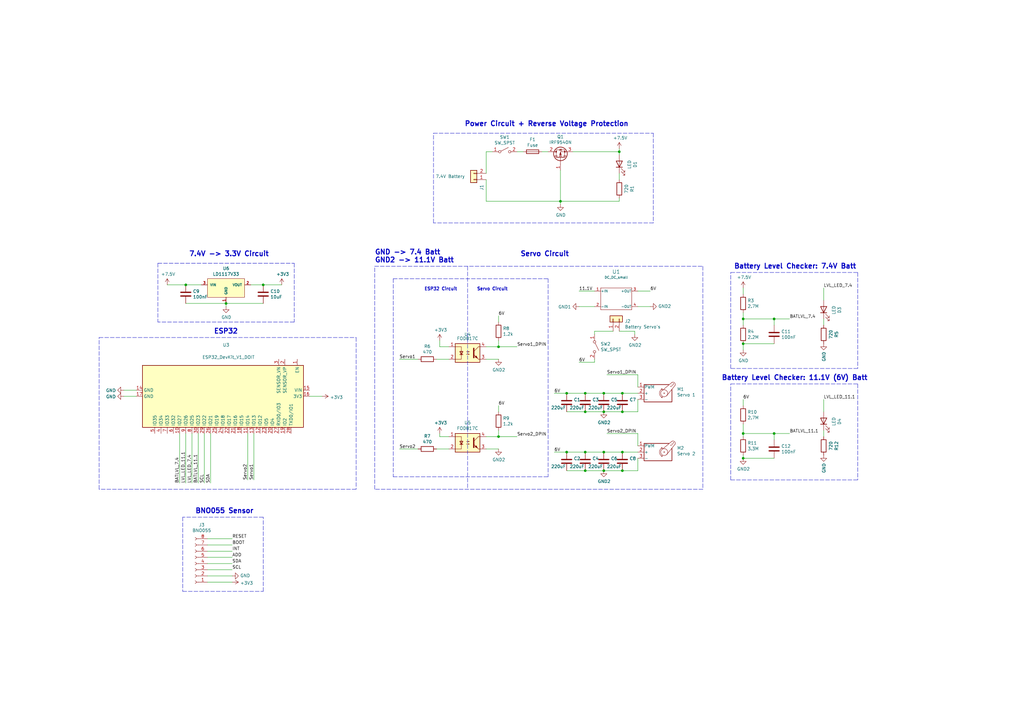
<source format=kicad_sch>
(kicad_sch (version 20211123) (generator eeschema)
  (paper "A3")
  (title_block (title "ProtoBoard V1") (date "2022-04-20") (company "Louis Croonen en Seppe Goossens"))
  (lib_symbols
    (symbol "Connector:Conn_01x08_Female" (pin_names (offset 1.016) hide)
      (property "Reference" "J" (at 0 10.16 0))
      (property "Value" "Conn_01x08_Female" (at 0 -12.7 0))
      (symbol "Conn_01x08_Female_1_1"
        (arc (start 0 -9.652) (mid -0.508 -10.16) (end 0 -10.668) (stroke (width 0.1524)))
        (arc (start 0 -7.112) (mid -0.508 -7.62) (end 0 -8.128) (stroke (width 0.1524)))
        (arc (start 0 -4.572) (mid -0.508 -5.08) (end 0 -5.588) (stroke (width 0.1524)))
        (arc (start 0 -2.032) (mid -0.508 -2.54) (end 0 -3.048) (stroke (width 0.1524)))
        (polyline (pts (xy -1.27 -10.16) (xy -0.508 -10.16)) (stroke (width 0.1524)))
        (polyline (pts (xy -1.27 -7.62) (xy -0.508 -7.62)) (stroke (width 0.1524)))
        (polyline (pts (xy -1.27 -5.08) (xy -0.508 -5.08)) (stroke (width 0.1524)))
        (polyline (pts (xy -1.27 -2.54) (xy -0.508 -2.54)) (stroke (width 0.1524)))
        (polyline (pts (xy -1.27 0) (xy -0.508 0)) (stroke (width 0.1524)))
        (polyline (pts (xy -1.27 2.54) (xy -0.508 2.54)) (stroke (width 0.1524)))
        (polyline (pts (xy -1.27 5.08) (xy -0.508 5.08)) (stroke (width 0.1524)))
        (polyline (pts (xy -1.27 7.62) (xy -0.508 7.62)) (stroke (width 0.1524)))
        (arc (start 0 0.508) (mid -0.508 0) (end 0 -0.508) (stroke (width 0.1524)))
        (arc (start 0 3.048) (mid -0.508 2.54) (end 0 2.032) (stroke (width 0.1524)))
        (arc (start 0 5.588) (mid -0.508 5.08) (end 0 4.572) (stroke (width 0.1524)))
        (arc (start 0 8.128) (mid -0.508 7.62) (end 0 7.112) (stroke (width 0.1524)))
        (pin passive line (at -5.08 7.62 0) (length 3.81) (name "Pin_1") (number "1"))
        (pin passive line (at -5.08 5.08 0) (length 3.81) (name "Pin_2") (number "2"))
        (pin passive line (at -5.08 2.54 0) (length 3.81) (name "Pin_3") (number "3"))
        (pin passive line (at -5.08 0 0) (length 3.81) (name "Pin_4") (number "4"))
        (pin passive line (at -5.08 -2.54 0) (length 3.81) (name "Pin_5") (number "5"))
        (pin passive line (at -5.08 -5.08 0) (length 3.81) (name "Pin_6") (number "6"))
        (pin passive line (at -5.08 -7.62 0) (length 3.81) (name "Pin_7") (number "7"))
        (pin passive line (at -5.08 -10.16 0) (length 3.81) (name "Pin_8") (number "8"))
      )
    )
    (symbol "Connector_Generic:Conn_01x02" (pin_names (offset 1.016) hide)
      (property "Reference" "J" (at 0 2.54 0))
      (property "Value" "Conn_01x02" (at 0 -5.08 0))
      (symbol "Conn_01x02_1_1"
        (rectangle (start -1.27 -2.413) (end 0 -2.667) (stroke (width 0.1524)))
        (rectangle (start -1.27 0.127) (end 0 -0.127) (stroke (width 0.1524)))
        (rectangle (start -1.27 1.27) (end 1.27 -3.81) (stroke (width 0.254)) (fill (type background)))
        (pin passive line (at -5.08 0 0) (length 3.81) (name "Pin_1") (number "1"))
        (pin passive line (at -5.08 -2.54 0) (length 3.81) (name "Pin_2") (number "2"))
      )
    )
    (symbol "Device:C" (pin_numbers hide) (pin_names (offset 0.254))
      (property "Reference" "C" (at 0.635 2.54 0))
      (property "Value" "C" (at 0.635 -2.54 0))
      (symbol "C_0_1"
        (polyline (pts (xy -2.032 -0.762) (xy 2.032 -0.762)) (stroke (width 0.508)))
        (polyline (pts (xy -2.032 0.762) (xy 2.032 0.762)) (stroke (width 0.508)))
      )
      (symbol "C_1_1"
        (pin passive line (at 0 3.81 270) (length 2.794) (name "~") (number "1"))
        (pin passive line (at 0 -3.81 90) (length 2.794) (name "~") (number "2"))
      )
    )
    (symbol "Device:Fuse" (pin_numbers hide) (pin_names (offset 0))
      (property "Reference" "F" (at 2.032 0 90))
      (property "Value" "Fuse" (at -1.905 0 90))
      (symbol "Fuse_0_1"
        (rectangle (start -0.762 -2.54) (end 0.762 2.54) (stroke (width 0.254)))
        (polyline (pts (xy 0 2.54) (xy 0 -2.54)))
      )
      (symbol "Fuse_1_1"
        (pin passive line (at 0 3.81 270) (length 1.27) (name "~") (number "1"))
        (pin passive line (at 0 -3.81 90) (length 1.27) (name "~") (number "2"))
      )
    )
    (symbol "Device:LED" (pin_numbers hide) (pin_names (offset 1.016) hide)
      (property "Reference" "D" (at 0 2.54 0))
      (property "Value" "LED" (at 0 -2.54 0))
      (symbol "LED_0_1"
        (polyline (pts (xy -1.27 -1.27) (xy -1.27 1.27)) (stroke (width 0.254)))
        (polyline (pts (xy -1.27 0) (xy 1.27 0)))
        (polyline (pts (xy 1.27 -1.27) (xy 1.27 1.27) (xy -1.27 0) (xy 1.27 -1.27)) (stroke (width 0.254)))
        (polyline (pts (xy -3.048 -0.762) (xy -4.572 -2.286) (xy -3.81 -2.286) (xy -4.572 -2.286) (xy -4.572 -1.524)))
        (polyline (pts (xy -1.778 -0.762) (xy -3.302 -2.286) (xy -2.54 -2.286) (xy -3.302 -2.286) (xy -3.302 -1.524)))
      )
      (symbol "LED_1_1"
        (pin passive line (at -3.81 0 0) (length 2.54) (name "K") (number "1"))
        (pin passive line (at 3.81 0 180) (length 2.54) (name "A") (number "2"))
      )
    )
    (symbol "Device:R" (pin_numbers hide) (pin_names (offset 0))
      (property "Reference" "R" (at 2.032 0 90))
      (property "Value" "R" (at 0 0 90))
      (symbol "R_0_1"
        (rectangle (start -1.016 -2.54) (end 1.016 2.54) (stroke (width 0.254)))
      )
      (symbol "R_1_1"
        (pin passive line (at 0 3.81 270) (length 1.27) (name "~") (number "1"))
        (pin passive line (at 0 -3.81 90) (length 1.27) (name "~") (number "2"))
      )
    )
    (symbol "Isolator:FODM217C"
      (property "Reference" "U" (at -5.08 5.08 0))
      (property "Value" "FODM217C" (at 0 5.08 0))
      (symbol "FODM217C_0_1"
        (rectangle (start -5.08 3.81) (end 5.08 -3.81) (stroke (width 0.254)) (fill (type background)))
        (polyline (pts (xy -3.175 -0.635) (xy -1.905 -0.635)) (stroke (width 0.254)))
        (polyline (pts (xy 2.54 0.635) (xy 4.445 2.54)))
        (polyline (pts (xy 4.445 -2.54) (xy 2.54 -0.635)) (fill (type outline)))
        (polyline (pts (xy 4.445 -2.54) (xy 5.08 -2.54)))
        (polyline (pts (xy 4.445 2.54) (xy 5.08 2.54)))
        (polyline (pts (xy -5.08 2.54) (xy -2.54 2.54) (xy -2.54 -0.635)))
        (polyline (pts (xy -2.54 -0.635) (xy -2.54 -2.54) (xy -5.08 -2.54)))
        (polyline (pts (xy 2.54 1.905) (xy 2.54 -1.905) (xy 2.54 -1.905)) (stroke (width 0.508)))
        (polyline (pts (xy -2.54 -0.635) (xy -3.175 0.635) (xy -1.905 0.635) (xy -2.54 -0.635)) (stroke (width 0.254)))
        (polyline (pts (xy -0.508 -0.508) (xy 0.762 -0.508) (xy 0.381 -0.635) (xy 0.381 -0.381) (xy 0.762 -0.508)))
        (polyline (pts (xy -0.508 0.508) (xy 0.762 0.508) (xy 0.381 0.381) (xy 0.381 0.635) (xy 0.762 0.508)))
        (polyline (pts (xy 3.048 -1.651) (xy 3.556 -1.143) (xy 4.064 -2.159) (xy 3.048 -1.651) (xy 3.048 -1.651)) (fill (type outline)))
      )
      (symbol "FODM217C_1_1"
        (pin passive line (at -7.62 2.54 0) (length 2.54) (name "~") (number "1"))
        (pin passive line (at -7.62 -2.54 0) (length 2.54) (name "~") (number "2"))
        (pin passive line (at 7.62 -2.54 180) (length 2.54) (name "~") (number "3"))
        (pin passive line (at 7.62 2.54 180) (length 2.54) (name "~") (number "4"))
      )
    )
    (symbol "Motor:Motor_Servo" (pin_names (offset 0.0254))
      (property "Reference" "M" (at -5.08 4.445 0))
      (property "Value" "Motor_Servo" (at -5.08 -4.064 0))
      (symbol "Motor_Servo_0_1"
        (polyline (pts (xy 2.413 -1.778) (xy 2.032 -1.778)))
        (polyline (pts (xy 2.413 -1.778) (xy 2.286 -1.397)))
        (polyline (pts (xy 2.413 1.778) (xy 1.905 1.778)))
        (polyline (pts (xy 2.413 1.778) (xy 2.286 1.397)))
        (polyline (pts (xy 6.35 4.445) (xy 2.54 1.27)))
        (polyline (pts (xy 7.62 3.175) (xy 4.191 -1.016)))
        (polyline (pts (xy 5.08 3.556) (xy -5.08 3.556) (xy -5.08 -3.556) (xy 6.35 -3.556) (xy 6.35 1.524)) (stroke (width 0.254)))
        (arc (start 2.413 1.778) (mid 1.2406 0) (end 2.413 -1.778))
        (circle (center 3.175 0) (radius 0.1778))
        (circle (center 3.175 0) (radius 1.4224))
        (circle (center 5.969 2.794) (radius 0.127))
        (circle (center 6.477 3.302) (radius 0.127))
        (circle (center 6.985 3.81) (radius 0.127))
        (arc (start 7.62 3.175) (mid 7.4485 4.2735) (end 6.35 4.445))
      )
      (symbol "Motor_Servo_1_1"
        (pin passive line (at -7.62 2.54 0) (length 2.54) (name "PWM") (number "1"))
        (pin passive line (at -7.62 0 0) (length 2.54) (name "+") (number "2"))
        (pin passive line (at -7.62 -2.54 0) (length 2.54) (name "-") (number "3"))
      )
    )
    (symbol "ProtoBoardV1-rescue:DC_DC_small-Custom_dc_dc_small" (pin_names (offset 0.0254))
      (property "Reference" "U" (at 0 7.62 0))
      (property "Value" "DC_DC_small-Custom_dc_dc_small" (at 0 1.27 0))
      (property "Footprint" "DC_DC_LM2596" (at -1.27 11.43 0))
      (symbol "DC_DC_small-Custom_dc_dc_small_0_1"
        (rectangle (start -6.35 5.08) (end -6.35 -3.81))
        (rectangle (start -6.35 5.08) (end 6.35 5.08))
        (rectangle (start 6.35 -3.81) (end -6.35 -3.81))
        (rectangle (start 6.35 5.08) (end 6.35 -3.81))
      )
      (symbol "DC_DC_small-Custom_dc_dc_small_1_1"
        (pin power_in line (at -8.89 3.81 0) (length 2.54) (name "+IN") (number "1"))
        (pin power_in line (at -8.89 -2.54 0) (length 2.54) (name "-IN") (number "2"))
        (pin power_out line (at 8.89 3.81 180) (length 2.54) (name "+OUT") (number "3"))
        (pin power_in line (at 8.89 -2.54 180) (length 2.54) (name "-OUT") (number "4"))
      )
    )
    (symbol "ProtoBoardV1-rescue:ESP32_DevKit_V1_DOIT-esp32_devkit_v1_doit"
      (property "Reference" "U" (at -11.43 34.29 0))
      (property "Value" "ESP32_DevKit_V1_DOIT-esp32_devkit_v1_doit" (at 11.43 34.29 0))
      (symbol "ESP32_DevKit_V1_DOIT-esp32_devkit_v1_doit_1_1"
        (rectangle (start -12.7 33.02) (end 12.7 -33.02) (stroke (width 0.254)) (fill (type background)))
        (pin input line (at -15.24 30.48 0) (length 2.54) (name "EN") (number "1"))
        (pin bidirectional line (at 15.24 -17.78 180) (length 2.54) (name "IO27") (number "10"))
        (pin bidirectional line (at 15.24 10.16 180) (length 2.54) (name "IO14") (number "11"))
        (pin bidirectional line (at 15.24 15.24 180) (length 2.54) (name "IO12") (number "12"))
        (pin bidirectional line (at 15.24 12.7 180) (length 2.54) (name "IO13") (number "13"))
        (pin power_in line (at -2.54 -35.56 90) (length 2.54) (name "GND") (number "14"))
        (pin power_in line (at -2.54 35.56 270) (length 2.54) (name "VIN") (number "15"))
        (pin power_in line (at 0 35.56 270) (length 2.54) (name "3V3") (number "16"))
        (pin power_in line (at 0 -35.56 90) (length 2.54) (name "GND") (number "17"))
        (pin bidirectional line (at 15.24 7.62 180) (length 2.54) (name "IO15") (number "18"))
        (pin bidirectional line (at 15.24 25.4 180) (length 2.54) (name "IO2") (number "19"))
        (pin input line (at -15.24 25.4 0) (length 2.54) (name "SENSOR_VP") (number "2"))
        (pin bidirectional line (at 15.24 20.32 180) (length 2.54) (name "IO4") (number "20"))
        (pin bidirectional line (at 15.24 5.08 180) (length 2.54) (name "IO16") (number "21"))
        (pin bidirectional line (at 15.24 2.54 180) (length 2.54) (name "IO17") (number "22"))
        (pin bidirectional line (at 15.24 17.78 180) (length 2.54) (name "IO5") (number "23"))
        (pin bidirectional line (at 15.24 0 180) (length 2.54) (name "IO18") (number "24"))
        (pin bidirectional line (at 15.24 -2.54 180) (length 2.54) (name "IO19") (number "25"))
        (pin bidirectional line (at 15.24 -5.08 180) (length 2.54) (name "IO21") (number "26"))
        (pin bidirectional line (at 15.24 22.86 180) (length 2.54) (name "RXD0/IO3") (number "27"))
        (pin bidirectional line (at 15.24 27.94 180) (length 2.54) (name "TXD0/IO1") (number "28"))
        (pin bidirectional line (at 15.24 -7.62 180) (length 2.54) (name "IO22") (number "29"))
        (pin input line (at -15.24 22.86 0) (length 2.54) (name "SENSOR_VN") (number "3"))
        (pin bidirectional line (at 15.24 -10.16 180) (length 2.54) (name "IO23") (number "30"))
        (pin input line (at 15.24 -25.4 180) (length 2.54) (name "IO34") (number "4"))
        (pin input line (at 15.24 -27.94 180) (length 2.54) (name "IO35") (number "5"))
        (pin bidirectional line (at 15.24 -20.32 180) (length 2.54) (name "IO32") (number "6"))
        (pin bidirectional line (at 15.24 -22.86 180) (length 2.54) (name "IO33") (number "7"))
        (pin bidirectional line (at 15.24 -12.7 180) (length 2.54) (name "IO25") (number "8"))
        (pin bidirectional line (at 15.24 -15.24 180) (length 2.54) (name "IO26") (number "9"))
      )
    )
    (symbol "ProtoBoardV1-rescue:LD1117V50-STM_LD-1117V50" (pin_names (offset 1.016))
      (property "Reference" "U" (at 0 5.08 0))
      (property "Value" "LD1117V50-STM_LD-1117V50" (at 0 7.62 0))
      (symbol "LD1117V50-STM_LD-1117V50_1_1"
        (rectangle (start 2.54 2.54) (end 17.78 -5.08) (fill (type background)))
        (pin power_in line (at 10.16 -7.62 90) (length 2.54) (name "GND") (number "1"))
        (pin power_in line (at 20.32 0 180) (length 2.54) (name "VOUT") (number "2"))
        (pin power_in line (at 0 0 0) (length 2.54) (name "VIN") (number "3"))
      )
    )
    (symbol "Switch:SW_SPST" (pin_names (offset 0) hide)
      (property "Reference" "SW" (at 0 3.175 0))
      (property "Value" "SW_SPST" (at 0 -2.54 0))
      (symbol "SW_SPST_0_0"
        (circle (center -2.032 0) (radius 0.508))
        (polyline (pts (xy -1.524 0.254) (xy 1.524 1.778)))
        (circle (center 2.032 0) (radius 0.508))
      )
      (symbol "SW_SPST_1_1"
        (pin passive line (at -5.08 0 0) (length 2.54) (name "A") (number "1"))
        (pin passive line (at 5.08 0 180) (length 2.54) (name "B") (number "2"))
      )
    )
    (symbol "Transistor_FET:IRF9540N" (pin_names hide)
      (property "Reference" "Q" (at 5.08 1.905 0))
      (property "Value" "IRF9540N" (at 5.08 0 0))
      (symbol "IRF9540N_0_1"
        (polyline (pts (xy 0.254 0) (xy -2.54 0)))
        (polyline (pts (xy 0.254 1.905) (xy 0.254 -1.905)) (stroke (width 0.254)))
        (polyline (pts (xy 0.762 -1.27) (xy 0.762 -2.286)) (stroke (width 0.254)))
        (polyline (pts (xy 0.762 0.508) (xy 0.762 -0.508)) (stroke (width 0.254)))
        (polyline (pts (xy 0.762 2.286) (xy 0.762 1.27)) (stroke (width 0.254)))
        (polyline (pts (xy 2.54 2.54) (xy 2.54 1.778)))
        (polyline (pts (xy 2.54 -2.54) (xy 2.54 0) (xy 0.762 0)))
        (polyline (pts (xy 0.762 1.778) (xy 3.302 1.778) (xy 3.302 -1.778) (xy 0.762 -1.778)))
        (polyline (pts (xy 2.286 0) (xy 1.27 0.381) (xy 1.27 -0.381) (xy 2.286 0)) (fill (type outline)))
        (polyline (pts (xy 2.794 -0.508) (xy 2.921 -0.381) (xy 3.683 -0.381) (xy 3.81 -0.254)))
        (polyline (pts (xy 3.302 -0.381) (xy 2.921 0.254) (xy 3.683 0.254) (xy 3.302 -0.381)))
        (circle (center 1.651 0) (radius 2.794) (stroke (width 0.254)))
        (circle (center 2.54 -1.778) (radius 0.254) (fill (type outline)))
        (circle (center 2.54 1.778) (radius 0.254) (fill (type outline)))
      )
      (symbol "IRF9540N_1_1"
        (pin input line (at -5.08 0 0) (length 2.54) (name "G") (number "1"))
        (pin passive line (at 2.54 5.08 270) (length 2.54) (name "D") (number "2"))
        (pin passive line (at 2.54 -5.08 90) (length 2.54) (name "S") (number "3"))
      )
    )
    (symbol "power:+3.3V" (power) (pin_names (offset 0))
      (property "Value" "+3.3V" (at 0 3.556 0))
      (symbol "+3.3V_0_1"
        (polyline (pts (xy -0.762 1.27) (xy 0 2.54)))
        (polyline (pts (xy 0 0) (xy 0 2.54)))
        (polyline (pts (xy 0 2.54) (xy 0.762 1.27)))
      )
      (symbol "+3.3V_1_1"
        (pin power_in line (at 0 0 90) (length 0) hide (name "+3V3") (number "1"))
      )
    )
    (symbol "power:+7.5V" (power) (pin_names (offset 0))
      (property "Value" "+7.5V" (at 0 3.556 0))
      (symbol "+7.5V_0_1"
        (polyline (pts (xy -0.762 1.27) (xy 0 2.54)))
        (polyline (pts (xy 0 0) (xy 0 2.54)))
        (polyline (pts (xy 0 2.54) (xy 0.762 1.27)))
      )
      (symbol "+7.5V_1_1"
        (pin power_in line (at 0 0 90) (length 0) hide (name "+7.5V") (number "1"))
      )
    )
    (symbol "power:GND" (power) (pin_names (offset 0))
      (property "Value" "GND" (at 0 -3.81 0))
      (symbol "GND_0_1"
        (polyline (pts (xy 0 0) (xy 0 -1.27) (xy 1.27 -1.27) (xy 0 -2.54) (xy -1.27 -1.27) (xy 0 -1.27)))
      )
      (symbol "GND_1_1"
        (pin power_in line (at 0 0 270) (length 0) hide (name "GND") (number "1"))
      )
    )
    (symbol "power:GND1" (power) (pin_names (offset 0))
      (property "Value" "GND1" (at 0 -3.81 0))
      (symbol "GND1_0_1"
        (polyline (pts (xy 0 0) (xy 0 -1.27) (xy 1.27 -1.27) (xy 0 -2.54) (xy -1.27 -1.27) (xy 0 -1.27)))
      )
      (symbol "GND1_1_1"
        (pin power_in line (at 0 0 270) (length 0) hide (name "GND1") (number "1"))
      )
    )
    (symbol "power:GND2" (power) (pin_names (offset 0))
      (property "Value" "GND2" (at 0 -3.81 0))
      (symbol "GND2_0_1"
        (polyline (pts (xy 0 0) (xy 0 -1.27) (xy 1.27 -1.27) (xy 0 -2.54) (xy -1.27 -1.27) (xy 0 -1.27)))
      )
      (symbol "GND2_1_1"
        (pin power_in line (at 0 0 270) (length 0) hide (name "GND2") (number "1"))
      )
    )
  )
  (junction (at 304.8 187.96))
  (junction (at 247.65 185.42))
  (junction (at 107.95 116.84))
  (junction (at 255.27 161.29))
  (junction (at 255.27 168.91))
  (junction (at 229.87 82.55))
  (junction (at 317.5 130.81))
  (junction (at 304.8 177.8))
  (junction (at 254 62.23))
  (junction (at 255.27 193.04))
  (junction (at 247.65 168.91))
  (junction (at 304.8 130.81))
  (junction (at 317.5 177.8))
  (junction (at 247.65 161.29))
  (junction (at 255.27 185.42))
  (junction (at 240.03 168.91))
  (junction (at 204.47 179.07))
  (junction (at 232.41 161.29))
  (junction (at 247.65 193.04))
  (junction (at 204.47 142.24))
  (junction (at 240.03 185.42))
  (junction (at 240.03 193.04))
  (junction (at 304.8 140.97))
  (junction (at 240.03 161.29))
  (junction (at 92.71 124.46))
  (junction (at 232.41 185.42))
  (junction (at 76.2 116.84))
  (polyline (pts (xy 74.93 242.57) (xy 107.95 242.57)))
  (polyline (pts (xy 153.67 200.66) (xy 153.67 109.22)))
  (wire (pts (xy 199.39 179.07) (xy 204.47 179.07)))
  (wire (pts (xy 78.74 177.8) (xy 78.74 198.12)))
  (polyline (pts (xy 299.72 196.85) (xy 351.79 196.85)))
  (wire (pts (xy 102.87 116.84) (xy 107.95 116.84)))
  (wire (pts (xy 199.39 184.15) (xy 204.47 184.15)))
  (wire (pts (xy 199.39 71.12) (xy 199.39 62.23)))
  (wire (pts (xy 204.47 142.24) (xy 212.09 142.24)))
  (wire (pts (xy 247.65 168.91) (xy 240.03 168.91)))
  (wire (pts (xy 232.41 161.29) (xy 240.03 161.29)))
  (wire (pts (xy 101.6 177.8) (xy 101.6 196.85)))
  (wire (pts (xy 255.27 161.29) (xy 261.62 161.29)))
  (polyline (pts (xy 299.72 157.48) (xy 351.79 157.48)))
  (wire (pts (xy 240.03 168.91) (xy 232.41 168.91)))
  (wire (pts (xy 251.46 135.89) (xy 243.84 135.89)))
  (wire (pts (xy 261.62 153.67) (xy 261.62 158.75)))
  (wire (pts (xy 317.5 133.35) (xy 317.5 130.81)))
  (wire (pts (xy 304.8 163.83) (xy 304.8 166.37)))
  (wire (pts (xy 85.09 228.6) (xy 95.25 228.6)))
  (wire (pts (xy 247.65 193.04) (xy 255.27 193.04)))
  (wire (pts (xy 107.95 116.84) (xy 115.57 116.84)))
  (wire (pts (xy 171.45 184.15) (xy 163.83 184.15)))
  (wire (pts (xy 204.47 142.24) (xy 204.47 139.7)))
  (polyline (pts (xy 64.77 107.95) (xy 64.77 132.08)))
  (wire (pts (xy 199.39 147.32) (xy 204.47 147.32)))
  (wire (pts (xy 73.66 177.8) (xy 73.66 198.12)))
  (wire (pts (xy 227.33 161.29) (xy 232.41 161.29)))
  (wire (pts (xy 85.09 236.22) (xy 95.25 236.22)))
  (wire (pts (xy 304.8 186.69) (xy 304.8 187.96)))
  (wire (pts (xy 243.84 147.32) (xy 243.84 148.59)))
  (polyline (pts (xy 288.29 109.22) (xy 288.29 200.66)))
  (wire (pts (xy 76.2 116.84) (xy 68.58 116.84)))
  (wire (pts (xy 83.82 177.8) (xy 83.82 198.12)))
  (wire (pts (xy 254 135.89) (xy 260.35 135.89)))
  (wire (pts (xy 337.82 118.11) (xy 337.82 123.19)))
  (wire (pts (xy 240.03 185.42) (xy 247.65 185.42)))
  (wire (pts (xy 204.47 179.07) (xy 212.09 179.07)))
  (wire (pts (xy 254 62.23) (xy 254 63.5)))
  (wire (pts (xy 254 82.55) (xy 254 81.28)))
  (wire (pts (xy 85.09 226.06) (xy 95.25 226.06)))
  (polyline (pts (xy 177.8 91.44) (xy 177.8 54.61)))
  (wire (pts (xy 337.82 176.53) (xy 337.82 179.07)))
  (polyline (pts (xy 40.64 138.43) (xy 146.05 138.43)))
  (polyline (pts (xy 351.79 157.48) (xy 351.79 196.85)))
  (polyline (pts (xy 177.8 54.61) (xy 267.97 54.61)))
  (wire (pts (xy 255.27 185.42) (xy 261.62 185.42)))
  (wire (pts (xy 212.09 62.23) (xy 214.63 62.23)))
  (wire (pts (xy 179.07 184.15) (xy 184.15 184.15)))
  (polyline (pts (xy 107.95 242.57) (xy 107.95 212.09)))
  (wire (pts (xy 261.62 193.04) (xy 261.62 187.96)))
  (wire (pts (xy 247.65 168.91) (xy 255.27 168.91)))
  (wire (pts (xy 261.62 177.8) (xy 261.62 182.88)))
  (wire (pts (xy 260.35 135.89) (xy 260.35 137.16)))
  (polyline (pts (xy 267.97 91.44) (xy 177.8 91.44)))
  (wire (pts (xy 92.71 124.46) (xy 92.71 125.73)))
  (wire (pts (xy 199.39 82.55) (xy 229.87 82.55)))
  (wire (pts (xy 199.39 142.24) (xy 204.47 142.24)))
  (wire (pts (xy 107.95 124.46) (xy 92.71 124.46)))
  (wire (pts (xy 127 162.56) (xy 132.08 162.56)))
  (wire (pts (xy 261.62 125.73) (xy 266.7 125.73)))
  (wire (pts (xy 199.39 62.23) (xy 201.93 62.23)))
  (polyline (pts (xy 107.95 212.09) (xy 74.93 212.09)))
  (wire (pts (xy 254 71.12) (xy 254 73.66)))
  (wire (pts (xy 85.09 233.68) (xy 95.25 233.68)))
  (wire (pts (xy 81.28 177.8) (xy 81.28 198.12)))
  (wire (pts (xy 255.27 193.04) (xy 261.62 193.04)))
  (wire (pts (xy 247.65 185.42) (xy 255.27 185.42)))
  (polyline (pts (xy 153.67 109.22) (xy 288.29 109.22)))
  (wire (pts (xy 243.84 119.38) (xy 237.49 119.38)))
  (polyline (pts (xy 146.05 200.66) (xy 40.64 200.66)))
  (wire (pts (xy 85.09 223.52) (xy 95.25 223.52)))
  (wire (pts (xy 204.47 132.08) (xy 204.47 129.54)))
  (wire (pts (xy 204.47 179.07) (xy 204.47 176.53)))
  (wire (pts (xy 76.2 177.8) (xy 76.2 198.12)))
  (wire (pts (xy 317.5 187.96) (xy 304.8 187.96)))
  (wire (pts (xy 229.87 82.55) (xy 254 82.55)))
  (polyline (pts (xy 288.29 200.66) (xy 153.67 200.66)))
  (wire (pts (xy 317.5 130.81) (xy 304.8 130.81)))
  (wire (pts (xy 317.5 177.8) (xy 323.85 177.8)))
  (wire (pts (xy 261.62 177.8) (xy 248.92 177.8)))
  (polyline (pts (xy 299.72 196.85) (xy 299.72 157.48)))
  (wire (pts (xy 76.2 124.46) (xy 92.71 124.46)))
  (polyline (pts (xy 351.79 111.76) (xy 351.79 151.13)))
  (wire (pts (xy 184.15 179.07) (xy 180.34 179.07)))
  (polyline (pts (xy 120.65 107.95) (xy 120.65 132.08)))
  (polyline (pts (xy 146.05 138.43) (xy 146.05 200.66)))
  (wire (pts (xy 232.41 185.42) (xy 240.03 185.42)))
  (wire (pts (xy 55.88 162.56) (xy 50.8 162.56)))
  (wire (pts (xy 317.5 180.34) (xy 317.5 177.8)))
  (wire (pts (xy 85.09 231.14) (xy 95.25 231.14)))
  (wire (pts (xy 243.84 125.73) (xy 237.49 125.73)))
  (wire (pts (xy 179.07 147.32) (xy 184.15 147.32)))
  (wire (pts (xy 237.49 148.59) (xy 243.84 148.59)))
  (wire (pts (xy 317.5 177.8) (xy 304.8 177.8)))
  (wire (pts (xy 171.45 147.32) (xy 163.83 147.32)))
  (wire (pts (xy 229.87 69.85) (xy 229.87 82.55)))
  (wire (pts (xy 304.8 128.27) (xy 304.8 130.81)))
  (polyline (pts (xy 74.93 212.09) (xy 74.93 242.57)))
  (polyline (pts (xy 64.77 107.95) (xy 120.65 107.95)))
  (wire (pts (xy 229.87 82.55) (xy 229.87 83.82)))
  (polyline (pts (xy 40.64 200.66) (xy 40.64 138.43)))
  (wire (pts (xy 254 62.23) (xy 254 60.96)))
  (wire (pts (xy 85.09 238.76) (xy 95.25 238.76)))
  (wire (pts (xy 222.25 62.23) (xy 224.79 62.23)))
  (wire (pts (xy 85.09 220.98) (xy 95.25 220.98)))
  (polyline (pts (xy 299.72 151.13) (xy 299.72 111.76)))
  (polyline (pts (xy 161.29 114.3) (xy 224.79 114.3)))
  (wire (pts (xy 261.62 119.38) (xy 266.7 119.38)))
  (polyline (pts (xy 161.29 195.58) (xy 224.79 195.58)))
  (wire (pts (xy 304.8 140.97) (xy 304.8 143.51)))
  (wire (pts (xy 337.82 130.81) (xy 337.82 133.35)))
  (wire (pts (xy 104.14 177.8) (xy 104.14 196.85)))
  (wire (pts (xy 255.27 168.91) (xy 261.62 168.91)))
  (wire (pts (xy 55.88 160.02) (xy 50.8 160.02)))
  (wire (pts (xy 199.39 73.66) (xy 199.39 82.55)))
  (wire (pts (xy 86.36 177.8) (xy 86.36 198.12)))
  (polyline (pts (xy 191.77 109.22) (xy 191.77 200.66)))
  (wire (pts (xy 180.34 142.24) (xy 180.34 139.7)))
  (wire (pts (xy 240.03 193.04) (xy 232.41 193.04)))
  (wire (pts (xy 304.8 130.81) (xy 304.8 133.35)))
  (wire (pts (xy 184.15 142.24) (xy 180.34 142.24)))
  (polyline (pts (xy 267.97 54.61) (xy 267.97 91.44)))
  (wire (pts (xy 337.82 163.83) (xy 337.82 168.91)))
  (wire (pts (xy 227.33 185.42) (xy 232.41 185.42)))
  (wire (pts (xy 180.34 179.07) (xy 180.34 177.8)))
  (wire (pts (xy 261.62 153.67) (xy 248.92 153.67)))
  (wire (pts (xy 204.47 168.91) (xy 204.47 166.37)))
  (wire (pts (xy 240.03 161.29) (xy 247.65 161.29)))
  (wire (pts (xy 247.65 161.29) (xy 255.27 161.29)))
  (wire (pts (xy 234.95 62.23) (xy 254 62.23)))
  (polyline (pts (xy 120.65 132.08) (xy 64.77 132.08)))
  (wire (pts (xy 317.5 130.81) (xy 323.85 130.81)))
  (polyline (pts (xy 351.79 151.13) (xy 299.72 151.13)))
  (wire (pts (xy 304.8 118.11) (xy 304.8 120.65)))
  (wire (pts (xy 261.62 168.91) (xy 261.62 163.83)))
  (polyline (pts (xy 161.29 114.3) (xy 161.29 195.58)))
  (wire (pts (xy 304.8 177.8) (xy 304.8 179.07)))
  (wire (pts (xy 243.84 135.89) (xy 243.84 137.16)))
  (polyline (pts (xy 224.79 114.3) (xy 224.79 195.58)))
  (wire (pts (xy 76.2 116.84) (xy 82.55 116.84)))
  (polyline (pts (xy 299.72 111.76) (xy 351.79 111.76)))
  (wire (pts (xy 304.8 173.99) (xy 304.8 177.8)))
  (wire (pts (xy 317.5 140.97) (xy 304.8 140.97)))
  (wire (pts (xy 247.65 193.04) (xy 240.03 193.04)))
  (text "Battery Level Checker: 11.1V (6V) Batt" (at 295.91 156.21 0) (effects (font (size 2.0066 2.0066) (thickness 0.4013) bold) (justify left bottom)))
  (text "ESP32 Circuit" (at 173.99 119.38 0) (effects (font (size 1.27 1.27) (thickness 0.254) bold) (justify left bottom)))
  (text "ESP32" (at 87.63 137.16 0) (effects (font (size 2.0066 2.0066) (thickness 0.4013) bold) (justify left bottom)))
  (text "Battery Level Checker: 7.4V Batt" (at 300.99 110.49 0) (effects (font (size 2.0066 2.0066) (thickness 0.4013) bold) (justify left bottom)))
  (text "Servo Circuit" (at 213.36 105.41 0) (effects (font (size 2.0066 2.0066) (thickness 0.4013) bold) (justify left bottom)))
  (text "BNO055 Sensor" (at 80.01 210.82 0) (effects (font (size 2.0066 2.0066) (thickness 0.4013) bold) (justify left bottom)))
  (text "Servo Circuit" (at 195.58 119.38 0) (effects (font (size 1.27 1.27) (thickness 0.254) bold) (justify left bottom)))
  (text "GND -> 7.4 Batt\nGND2 -> 11.1V Batt" (at 153.67 107.95 0) (effects (font (size 2.0066 2.0066) (thickness 0.4013) bold) (justify left bottom)))
  (text "Power Circuit + Reverse Voltage Protection " (at 190.5 52.07 0) (effects (font (size 2.0066 2.0066) (thickness 0.4013) bold) (justify left bottom)))
  (text "7.4V -> 3.3V Circuit" (at 77.47 105.41 0) (effects (font (size 2.0066 2.0066) (thickness 0.4013) bold) (justify left bottom)))
  (label "Servo1" (at 163.83 147.32 0))
  (label "Servo1_DPIN" (at 248.92 153.67 0))
  (label "SCL" (at 95.25 233.68 0))
  (label "Servo2" (at 163.83 184.15 0))
  (label "Servo2_DPIN" (at 212.09 179.07 0))
  (label "11.1V" (at 237.49 119.38 0))
  (label "LVL_LED_7.4" (at 78.74 198.12 90))
  (label "Servo1_DPIN" (at 212.09 142.24 0))
  (label "6V" (at 204.47 166.37 0))
  (label "LVL_LED_11.1" (at 337.82 163.83 0))
  (label "6V" (at 227.33 185.42 0))
  (label "6V" (at 266.7 119.38 0))
  (label "6V" (at 204.47 129.54 0))
  (label "SDA" (at 86.36 198.12 90))
  (label "Servo2_DPIN" (at 248.92 177.8 0))
  (label "SDA" (at 95.25 231.14 0))
  (label "6V" (at 304.8 163.83 0))
  (label "Servo2" (at 101.6 196.85 90))
  (label "SCL" (at 83.82 198.12 90))
  (label "INT" (at 95.25 226.06 0))
  (label "BATLVL_7.4" (at 73.66 198.12 90))
  (label "ADD" (at 95.25 228.6 0))
  (label "BOOT" (at 95.25 223.52 0))
  (label "6V" (at 237.49 148.59 0))
  (label "Servo1" (at 104.14 196.85 90))
  (label "BATLVL_11.1" (at 323.85 177.8 0))
  (label "6V" (at 227.33 161.29 0))
  (label "BATLVL_7.4" (at 323.85 130.81 0))
  (label "BATLVL_11.1" (at 81.28 198.12 90))
  (label "RESET" (at 95.25 220.98 0))
  (label "LVL_LED_7.4" (at 337.82 118.11 0))
  (label "LVL_LED_11.1" (at 76.2 198.12 90))
  (symbol (lib_id "Connector_Generic:Conn_01x02") (at 194.31 73.66 180) (unit 1)
    (property "Reference" "J1" (at 197.5612 75.692 90) (effects (justify left)))
    (property "Value" "7.4V Battery" (at 190.6778 72.3392 0) (effects (justify left)))
    (property "Footprint" "TerminalBlock_Phoenix:TerminalBlock_Phoenix_MKDS-1,5-2_1x02_P5.00mm_Horizontal" (effects hide))
  )
  (symbol (lib_id "Motor:Motor_Servo") (at 269.24 161.29 0) (unit 1)
    (property "Reference" "M1" (at 277.6728 159.639 0) (effects (justify left)))
    (property "Value" "Servo 1" (at 277.6728 161.9504 0) (effects (justify left)))
    (property "Footprint" "Connector_PinHeader_2.54mm:PinHeader_1x03_P2.54mm_Vertical" (effects hide))
    (property "Datasheet" "http://forums.parallax.com/uploads/attachments/46831/74481.png" (effects hide))
  )
  (symbol (lib_id "Motor:Motor_Servo") (at 269.24 185.42 0) (unit 1)
    (property "Reference" "M2" (at 277.6728 183.769 0) (effects (justify left)))
    (property "Value" "Servo 2" (at 277.6728 186.0804 0) (effects (justify left)))
    (property "Footprint" "Connector_PinHeader_2.54mm:PinHeader_1x03_P2.54mm_Vertical" (effects hide))
    (property "Datasheet" "http://forums.parallax.com/uploads/attachments/46831/74481.png" (effects hide))
  )
  (symbol (lib_id "Device:LED") (at 254 67.31 90) (unit 1)
    (property "Reference" "D1" (at 260.477 67.4878 0))
    (property "Value" "LED" (at 258.1656 67.4878 0))
    (property "Footprint" "LED_THT:LED_D3.0mm_Clear" (effects hide))
  )
  (symbol (lib_id "Device:R") (at 254 77.47 180) (unit 1)
    (property "Reference" "R1" (at 259.2578 77.47 90))
    (property "Value" "720" (at 256.9464 77.47 90))
    (property "Footprint" "Resistor_THT:R_Axial_DIN0309_L9.0mm_D3.2mm_P15.24mm_Horizontal" (effects hide))
  )
  (symbol (lib_id "Device:Fuse") (at 218.44 62.23 270) (unit 1)
    (property "Reference" "F1" (at 218.44 57.2262 90))
    (property "Value" "Fuse" (at 218.44 59.5376 90))
    (property "Footprint" "Fuse:Fuseholder_Cylinder-5x20mm_Schurter_0031_8201_Horizontal_Open" (effects hide))
  )
  (symbol (lib_id "Transistor_FET:IRF9540N") (at 229.87 64.77 90) (unit 1)
    (property "Reference" "Q1" (at 229.87 56.0832 90))
    (property "Value" "IRF9540N" (at 229.87 58.3946 90))
    (property "Footprint" "Package_TO_SOT_THT:TO-220-3_Vertical" (effects hide))
    (property "Datasheet" "http://www.irf.com/product-info/datasheets/data/irf9540n.pdf" (effects hide))
  )
  (symbol (lib_id "power:+7.5V") (at 254 60.96 0) (unit 1)
    (property "Reference" "#PWR02" (effects hide))
    (property "Value" "+7.5V" (at 254.381 56.5658 0))
  )
  (symbol (lib_id "ProtoBoardV1-rescue:ESP32_DevKit_V1_DOIT-esp32_devkit_v1_doit") (at 91.44 162.56 270) (unit 1)
    (property "Reference" "U3" (at 92.7354 141.5034 90))
    (property "Value" "ESP32_DevKit_V1_DOIT" (at 93.726 146.5072 90))
    (property "Footprint" "esp32_devkit_v1_doit:esp32_devkit_v1_doit" (effects hide))
    (property "Datasheet" "https://aliexpress.com/item/32864722159.html" (effects hide))
  )
  (symbol (lib_id "Device:R") (at 175.26 147.32 270) (unit 1)
    (property "Reference" "R6" (at 175.26 142.0622 90))
    (property "Value" "470" (at 175.26 144.3736 90))
    (property "Footprint" "Resistor_THT:R_Axial_DIN0309_L9.0mm_D3.2mm_P15.24mm_Horizontal" (effects hide))
  )
  (symbol (lib_id "Device:R") (at 204.47 135.89 0) (unit 1)
    (property "Reference" "R8" (at 206.248 134.7216 0) (effects (justify left)))
    (property "Value" "1.2k" (at 206.248 137.033 0) (effects (justify left)))
    (property "Footprint" "Resistor_THT:R_Axial_DIN0309_L9.0mm_D3.2mm_P15.24mm_Horizontal" (effects hide))
  )
  (symbol (lib_id "Isolator:FODM217C") (at 191.77 144.78 0) (unit 1)
    (property "Reference" "U4" (at 191.77 137.16 0))
    (property "Value" "FOD817C" (at 191.77 138.8364 0))
    (property "Footprint" "Package_SO:SOP-4_4.4x2.6mm_P1.27mm" (effects hide))
    (property "Datasheet" "https://www.onsemi.com/pub/Collateral/FODM214-D.PDF" (effects hide))
  )
  (symbol (lib_id "power:GND") (at 50.8 160.02 270) (unit 1)
    (property "Reference" "#PWR017" (effects hide))
    (property "Value" "GND" (at 47.5488 160.147 90) (effects (justify right)))
  )
  (symbol (lib_id "Device:R") (at 304.8 124.46 0) (unit 1)
    (property "Reference" "R3" (at 306.578 123.2916 0) (effects (justify left)))
    (property "Value" "2.7M" (at 306.578 125.603 0) (effects (justify left)))
    (property "Footprint" "Resistor_THT:R_Axial_DIN0309_L9.0mm_D3.2mm_P15.24mm_Horizontal" (effects hide))
  )
  (symbol (lib_id "power:GND") (at 50.8 162.56 270) (unit 1)
    (property "Reference" "#PWR018" (effects hide))
    (property "Value" "GND" (at 47.5488 162.687 90) (effects (justify right)))
  )
  (symbol (lib_id "Device:R") (at 304.8 137.16 0) (unit 1)
    (property "Reference" "R4" (at 306.578 135.9916 0) (effects (justify left)))
    (property "Value" "2.2M" (at 306.578 138.303 0) (effects (justify left)))
    (property "Footprint" "Resistor_THT:R_Axial_DIN0309_L9.0mm_D3.2mm_P15.24mm_Horizontal" (effects hide))
  )
  (symbol (lib_id "power:GND") (at 304.8 143.51 0) (unit 1)
    (property "Reference" "#PWR06" (effects hide))
    (property "Value" "GND" (at 304.927 147.9042 0))
  )
  (symbol (lib_id "power:+7.5V") (at 304.8 118.11 0) (unit 1)
    (property "Reference" "#PWR05" (effects hide))
    (property "Value" "+7.5V" (at 305.181 113.7158 0))
  )
  (symbol (lib_id "Device:LED") (at 337.82 127 90) (unit 1)
    (property "Reference" "D3" (at 344.297 127.1778 0))
    (property "Value" "LED" (at 341.9856 127.1778 0))
    (property "Footprint" "LED_THT:LED_D3.0mm_Clear" (effects hide))
  )
  (symbol (lib_id "Device:R") (at 337.82 137.16 180) (unit 1)
    (property "Reference" "R5" (at 343.0778 137.16 90))
    (property "Value" "720" (at 340.7664 137.16 90))
    (property "Footprint" "Resistor_THT:R_Axial_DIN0309_L9.0mm_D3.2mm_P15.24mm_Horizontal" (effects hide))
  )
  (symbol (lib_id "power:GND") (at 337.82 140.97 0) (unit 1)
    (property "Reference" "#PWR07" (effects hide))
    (property "Value" "GND" (at 337.947 144.2212 90) (effects (justify right)))
  )
  (symbol (lib_id "Switch:SW_SPST") (at 207.01 62.23 0) (unit 1)
    (property "Reference" "SW1" (at 207.01 56.261 0))
    (property "Value" "SW_SPST" (at 207.01 58.5724 0))
  )
  (symbol (lib_id "Device:R") (at 175.26 184.15 270) (unit 1)
    (property "Reference" "R7" (at 175.26 178.8922 90))
    (property "Value" "470" (at 175.26 181.2036 90))
    (property "Footprint" "Resistor_THT:R_Axial_DIN0309_L9.0mm_D3.2mm_P15.24mm_Horizontal" (effects hide))
  )
  (symbol (lib_id "Device:R") (at 204.47 172.72 0) (unit 1)
    (property "Reference" "R9" (at 206.248 171.5516 0) (effects (justify left)))
    (property "Value" "1.2k" (at 206.248 173.863 0) (effects (justify left)))
    (property "Footprint" "Resistor_THT:R_Axial_DIN0309_L9.0mm_D3.2mm_P15.24mm_Horizontal" (effects hide))
  )
  (symbol (lib_id "Isolator:FODM217C") (at 191.77 181.61 0) (unit 1)
    (property "Reference" "U5" (at 191.77 173.355 0))
    (property "Value" "FOD817C" (at 191.77 175.6664 0))
    (property "Footprint" "Package_SO:SOP-4_4.4x2.6mm_P1.27mm" (effects hide))
    (property "Datasheet" "https://www.onsemi.com/pub/Collateral/FODM214-D.PDF" (effects hide))
  )
  (symbol (lib_id "Connector_Generic:Conn_01x02") (at 251.46 130.81 90) (unit 1)
    (property "Reference" "J2" (at 256.2352 131.7244 90) (effects (justify right)))
    (property "Value" "Battery Servo's" (at 256.2352 134.0358 90) (effects (justify right)))
    (property "Footprint" "TerminalBlock_Phoenix:TerminalBlock_Phoenix_MKDS-1,5-2_1x02_P5.00mm_Horizontal" (effects hide))
  )
  (symbol (lib_id "ProtoBoardV1-rescue:DC_DC_small-Custom_dc_dc_small") (at 252.73 123.19 0) (unit 1)
    (property "Reference" "U1" (at 252.73 111.4806 0) (effects (font (size 1.524 1.524))))
    (property "Value" "DC_DC_small" (at 252.73 113.7666 0) (effects (font (size 0.9906 0.9906))))
  )
  (symbol (lib_id "power:GND1") (at 237.49 125.73 270) (unit 1)
    (property "Reference" "#PWR011" (effects hide))
    (property "Value" "GND1" (at 234.2388 125.857 90) (effects (justify right)))
  )
  (symbol (lib_id "Device:R") (at 304.8 170.18 0) (unit 1)
    (property "Reference" "R10" (at 306.578 169.0116 0) (effects (justify left)))
    (property "Value" "2.7M" (at 306.578 171.323 0) (effects (justify left)))
    (property "Footprint" "Resistor_THT:R_Axial_DIN0309_L9.0mm_D3.2mm_P15.24mm_Horizontal" (effects hide))
  )
  (symbol (lib_id "Device:R") (at 304.8 182.88 0) (unit 1)
    (property "Reference" "R11" (at 306.578 181.7116 0) (effects (justify left)))
    (property "Value" "3.3M" (at 306.578 184.023 0) (effects (justify left)))
    (property "Footprint" "Resistor_THT:R_Axial_DIN0309_L9.0mm_D3.2mm_P15.24mm_Horizontal" (effects hide))
  )
  (symbol (lib_id "Device:LED") (at 337.82 172.72 90) (unit 1)
    (property "Reference" "D4" (at 344.297 172.8978 0))
    (property "Value" "LED" (at 341.9856 172.8978 0))
    (property "Footprint" "LED_THT:LED_D3.0mm_Clear" (effects hide))
  )
  (symbol (lib_id "Device:R") (at 337.82 182.88 180) (unit 1)
    (property "Reference" "R12" (at 343.0778 182.88 90))
    (property "Value" "720" (at 340.7664 182.88 90))
    (property "Footprint" "Resistor_THT:R_Axial_DIN0309_L9.0mm_D3.2mm_P15.24mm_Horizontal" (effects hide))
  )
  (symbol (lib_id "power:GND") (at 337.82 186.69 0) (unit 1)
    (property "Reference" "#PWR023" (effects hide))
    (property "Value" "GND" (at 337.947 189.9412 90) (effects (justify right)))
  )
  (symbol (lib_id "Device:C") (at 232.41 165.1 0) (unit 1)
    (property "Reference" "C1" (at 235.331 163.9316 0) (effects (justify left)))
    (property "Value" "220uF" (at 226.0092 167.2082 0) (effects (justify left)))
    (property "Footprint" "Capacitor_THT:C_Radial_D8.0mm_H11.5mm_P3.50mm" (effects hide))
  )
  (symbol (lib_id "power:GND2") (at 204.47 147.32 0) (unit 1)
    (property "Reference" "#PWR04" (effects hide))
    (property "Value" "GND2" (at 204.597 151.7142 0))
  )
  (symbol (lib_id "power:GND2") (at 204.47 184.15 0) (unit 1)
    (property "Reference" "#PWR010" (effects hide))
    (property "Value" "GND2" (at 204.597 188.5442 0))
  )
  (symbol (lib_id "Device:C") (at 240.03 165.1 0) (unit 1)
    (property "Reference" "C3" (at 242.951 163.9316 0) (effects (justify left)))
    (property "Value" "220uF" (at 233.6292 167.2082 0) (effects (justify left)))
    (property "Footprint" "Capacitor_THT:C_Radial_D8.0mm_H11.5mm_P3.50mm" (effects hide))
  )
  (symbol (lib_id "Device:C") (at 247.65 165.1 0) (unit 1)
    (property "Reference" "C5" (at 250.571 163.9316 0) (effects (justify left)))
    (property "Value" "220uF" (at 241.2492 167.2082 0) (effects (justify left)))
    (property "Footprint" "Capacitor_THT:C_Radial_D8.0mm_H11.5mm_P3.50mm" (effects hide))
  )
  (symbol (lib_id "Device:C") (at 255.27 165.1 0) (unit 1)
    (property "Reference" "C7" (at 258.191 163.9316 0) (effects (justify left)))
    (property "Value" "220uF" (at 248.8692 167.2082 0) (effects (justify left)))
    (property "Footprint" "Capacitor_THT:C_Radial_D8.0mm_H11.5mm_P3.50mm" (effects hide))
  )
  (symbol (lib_id "power:GND2") (at 247.65 168.91 0) (unit 1)
    (property "Reference" "#PWR012" (effects hide))
    (property "Value" "GND2" (at 247.777 173.3042 0))
  )
  (symbol (lib_id "Device:C") (at 232.41 189.23 0) (unit 1)
    (property "Reference" "C2" (at 235.331 188.0616 0) (effects (justify left)))
    (property "Value" "220uF" (at 226.0092 191.3382 0) (effects (justify left)))
    (property "Footprint" "Capacitor_THT:C_Radial_D8.0mm_H11.5mm_P3.50mm" (effects hide))
  )
  (symbol (lib_id "Device:C") (at 240.03 189.23 0) (unit 1)
    (property "Reference" "C4" (at 242.951 188.0616 0) (effects (justify left)))
    (property "Value" "220uF" (at 233.6292 191.3382 0) (effects (justify left)))
    (property "Footprint" "Capacitor_THT:C_Radial_D8.0mm_H11.5mm_P3.50mm" (effects hide))
  )
  (symbol (lib_id "Device:C") (at 247.65 189.23 0) (unit 1)
    (property "Reference" "C6" (at 250.571 188.0616 0) (effects (justify left)))
    (property "Value" "220uF" (at 241.2492 191.3382 0) (effects (justify left)))
    (property "Footprint" "Capacitor_THT:C_Radial_D8.0mm_H11.5mm_P3.50mm" (effects hide))
  )
  (symbol (lib_id "Device:C") (at 255.27 189.23 0) (unit 1)
    (property "Reference" "C8" (at 258.191 188.0616 0) (effects (justify left)))
    (property "Value" "220uF" (at 248.8692 191.3382 0) (effects (justify left)))
    (property "Footprint" "Capacitor_THT:C_Radial_D8.0mm_H11.5mm_P3.50mm" (effects hide))
  )
  (symbol (lib_id "power:GND2") (at 247.65 193.04 0) (unit 1)
    (property "Reference" "#PWR013" (effects hide))
    (property "Value" "GND2" (at 247.777 197.4342 0))
  )
  (symbol (lib_id "ProtoBoardV1-rescue:LD1117V50-STM_LD-1117V50") (at 82.55 116.84 0) (unit 1)
    (property "Reference" "U6" (at 92.71 110.109 0))
    (property "Value" "LD1117V33" (at 92.71 112.4204 0))
    (property "Footprint" "Package_TO_SOT_THT:TO-220-3_Vertical" (effects hide))
    (property "Datasheet" "http://www.st.com/internet/com/TECHNICAL_RESOURCES/TECHNICAL_LITERATURE/DATASHEET/CD00000544.pdf" (effects hide))
    (property "Component Link 1 Description" "Manufacturer URL" (effects hide))
    (property "Component Link 1 URL" "http://www.st.com" (effects hide))
    (property "Component Link 3 Description" "Package Specification" (effects hide))
    (property "Component Link 3 URL" "http://www.st.com/internet/com/TECHNICAL_RESOURCES/TECHNICAL_LITERATURE/PACKAGE_INFORMATION/CD00004649.pdf" (effects hide))
    (property "Datasheet Version" "1/11/2011" (effects hide))
    (property "Package Description" "TO, Thru-Hole, Vertical, Heatsink Mounted; 3 In-Line Leads; Pitch 2.54 mm" (effects hide))
    (property "Package Version" "ver3.0" (effects hide))
    (property "category" "IC" (effects hide))
    (property "ciiva ids" "1170401" (effects hide))
    (property "library id" "07283bbf645990c2" (effects hide))
    (property "manufacturer" "STMicroelectronics" (effects hide))
    (property "package" "TO220" (effects hide))
    (property "release date" "1329864170" (effects hide))
    (property "vault revision" "F3D93391-B827-4DCD-918D-22E276BDAD12" (effects hide))
    (property "imported" "yes" (effects hide))
  )
  (symbol (lib_id "Device:C") (at 76.2 120.65 0) (unit 1)
    (property "Reference" "C9" (at 79.121 119.4816 0) (effects (justify left)))
    (property "Value" "100nF" (at 79.121 121.793 0) (effects (justify left)))
    (property "Footprint" "Capacitor_THT:C_Disc_D7.0mm_W2.5mm_P5.00mm" (effects hide))
  )
  (symbol (lib_id "Device:C") (at 107.95 120.65 0) (unit 1)
    (property "Reference" "C10" (at 110.871 119.4816 0) (effects (justify left)))
    (property "Value" "10uF" (at 110.871 121.793 0) (effects (justify left)))
    (property "Footprint" "Capacitor_THT:C_Radial_D8.0mm_H11.5mm_P3.50mm" (effects hide))
  )
  (symbol (lib_id "power:GND") (at 92.71 125.73 0) (unit 1)
    (property "Reference" "#PWR0101" (effects hide))
    (property "Value" "GND" (at 92.837 130.1242 0))
  )
  (symbol (lib_id "power:+7.5V") (at 68.58 116.84 0) (unit 1)
    (property "Reference" "#PWR0102" (effects hide))
    (property "Value" "+7.5V" (at 68.961 112.4458 0))
  )
  (symbol (lib_id "power:+3.3V") (at 115.57 116.84 0) (unit 1)
    (property "Reference" "#PWR0103" (effects hide))
    (property "Value" "+3.3V" (at 115.951 112.4458 0))
  )
  (symbol (lib_id "Device:C") (at 317.5 137.16 0) (unit 1)
    (property "Reference" "C11" (at 320.421 135.9916 0) (effects (justify left)))
    (property "Value" "100nF" (at 320.421 138.303 0) (effects (justify left)))
    (property "Footprint" "Capacitor_THT:C_Radial_D8.0mm_H11.5mm_P3.50mm" (effects hide))
  )
  (symbol (lib_id "power:+3.3V") (at 132.08 162.56 270) (unit 1)
    (property "Reference" "#PWR0104" (effects hide))
    (property "Value" "+3.3V" (at 135.3312 162.941 90) (effects (justify left)))
  )
  (symbol (lib_id "power:GND") (at 229.87 83.82 0) (unit 1)
    (property "Reference" "#PWR0105" (effects hide))
    (property "Value" "GND" (at 229.997 88.2142 0))
  )
  (symbol (lib_id "Device:C") (at 317.5 184.15 0) (unit 1)
    (property "Reference" "C12" (at 320.421 182.9816 0) (effects (justify left)))
    (property "Value" "100nF" (at 320.421 185.293 0) (effects (justify left)))
    (property "Footprint" "Capacitor_THT:C_Radial_D8.0mm_H11.5mm_P3.50mm" (effects hide))
  )
  (symbol (lib_id "Connector:Conn_01x08_Female") (at 80.01 231.14 180) (unit 1)
    (property "Reference" "J3" (at 82.7532 215.265 0))
    (property "Value" "BNO055" (at 82.7532 217.5764 0))
    (property "Footprint" "Connector_PinSocket_2.54mm:PinSocket_1x08_P2.54mm_Vertical" (effects hide))
  )
  (symbol (lib_id "power:GND") (at 95.25 236.22 90) (unit 1)
    (property "Reference" "#PWR01" (effects hide))
    (property "Value" "GND" (at 98.5012 236.093 90) (effects (justify right)))
  )
  (symbol (lib_id "power:+3.3V") (at 95.25 238.76 270) (unit 1)
    (property "Reference" "#PWR03" (effects hide))
    (property "Value" "+3.3V" (at 98.5012 239.141 90) (effects (justify left)))
  )
  (symbol (lib_id "power:GND2") (at 304.8 187.96 0) (unit 1)
    (property "Reference" "#PWR0108" (effects hide))
    (property "Value" "GND2" (at 304.927 192.3542 0))
  )
  (symbol (lib_id "power:+3.3V") (at 180.34 139.7 0) (unit 1)
    (property "Reference" "#PWR0106" (effects hide))
    (property "Value" "+3.3V" (at 180.721 135.3058 0))
  )
  (symbol (lib_id "power:+3.3V") (at 180.34 177.8 0) (unit 1)
    (property "Reference" "#PWR0107" (effects hide))
    (property "Value" "+3.3V" (at 180.721 173.4058 0))
  )
  (symbol (lib_id "power:GND2") (at 260.35 137.16 0) (unit 1)
    (property "Reference" "#PWR0109" (effects hide))
    (property "Value" "GND2" (at 260.477 141.5542 0))
  )
  (symbol (lib_id "power:GND2") (at 266.7 125.73 90) (unit 1)
    (property "Reference" "#PWR0110" (effects hide))
    (property "Value" "GND2" (at 269.9512 125.603 90) (effects (justify right)))
  )
  (symbol (lib_id "Switch:SW_SPST") (at 243.84 142.24 270) (unit 1)
    (property "Reference" "SW2" (at 246.3292 141.0716 90) (effects (justify left)))
    (property "Value" "SW_SPST" (at 246.3292 143.383 90) (effects (justify left)))
  )
)
</source>
